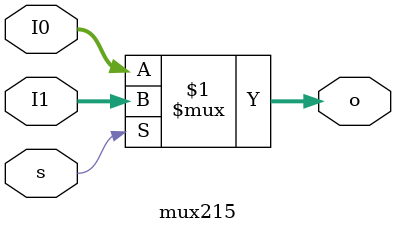
<source format=v>
`timescale 1ns / 1ps


module mux215(
    input [4:0] I0,
    input [4:0] I1,
    input s,
    output [4:0] o
    );

    assign o = s? I1:I0;
endmodule

</source>
